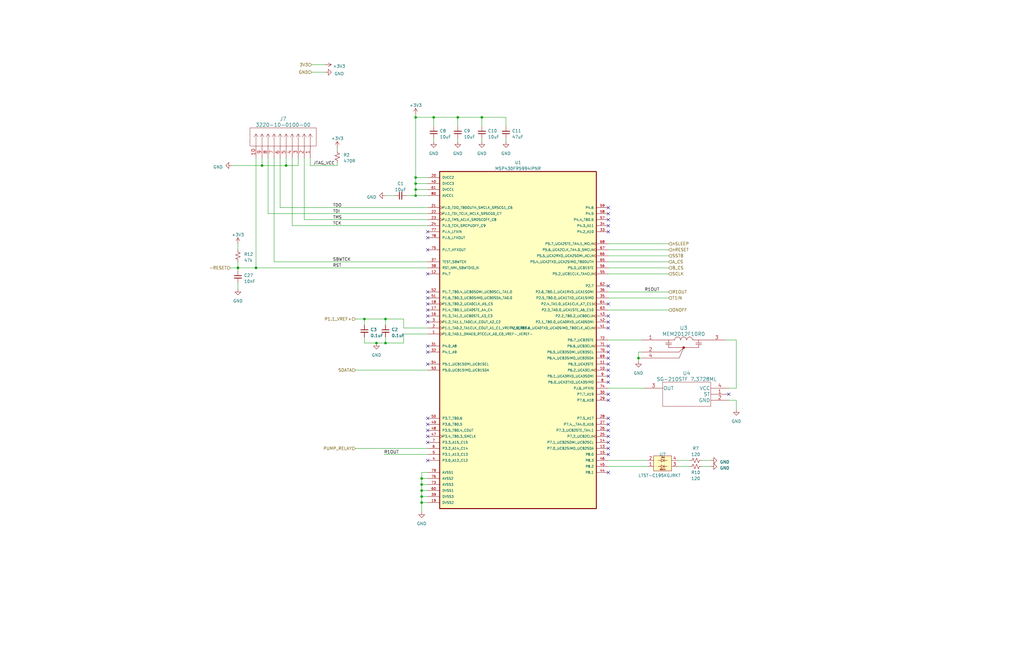
<source format=kicad_sch>
(kicad_sch (version 20230121) (generator eeschema)
  (paper "B")
  (lib_symbols
    (symbol "Device:C_Small" (pin_numbers hide) (pin_names (offset 0.254) hide)
      (property "Reference" "C" (at 0.254 1.778 0))
      (property "Value" "C_Small" (at 0.254 -2.032 0))
      (symbol "C_Small_0_1"
        (polyline (pts (xy -1.524 -0.508) (xy 1.524 -0.508)) (stroke (width 0.3302)))
        (polyline (pts (xy -1.524 0.508) (xy 1.524 0.508)) (stroke (width 0.3048)))
      )
      (symbol "C_Small_1_1"
        (pin passive line (at 0 2.54 270) (length 2.032) (name "~") (number "1"))
        (pin passive line (at 0 -2.54 90) (length 2.032) (name "~") (number "2"))
      )
    )
    (symbol "Device:R_Small_US" (pin_numbers hide) (pin_names (offset 0.254) hide)
      (property "Reference" "R" (at 0.762 0.508 0))
      (property "Value" "R_Small_US" (at 0.762 -1.016 0))
      (symbol "R_Small_US_1_1"
        (polyline (pts (xy 0 0) (xy 1.016 -0.381) (xy 0 -0.762) (xy -1.016 -1.143) (xy 0 -1.524)))
        (polyline (pts (xy 0 1.524) (xy 1.016 1.143) (xy 0 0.762) (xy -1.016 0.381) (xy 0 0)))
        (pin passive line (at 0 2.54 270) (length 1.016) (name "~") (number "1"))
        (pin passive line (at 0 -2.54 90) (length 1.016) (name "~") (number "2"))
      )
    )
    (symbol "asvco2-board:3220-10-0100-00" (pin_names (offset 0.254) hide)
      (property "Reference" "J" (at 8.89 6.35 0))
      (property "Value" "3220-10-0100-00" (at 10.16 -10.16 0))
      (symbol "3220-10-0100-00_1_1"
        (polyline (pts (xy 5.08 -25.4) (xy 12.7 -25.4)) (stroke (width 0.127)))
        (polyline (pts (xy 5.08 2.54) (xy 5.08 -25.4)) (stroke (width 0.127)))
        (polyline (pts (xy 10.16 -22.86) (xy 5.08 -22.86)) (stroke (width 0.127)))
        (polyline (pts (xy 10.16 -22.86) (xy 8.89 -23.6982)) (stroke (width 0.127)))
        (polyline (pts (xy 10.16 -22.86) (xy 8.89 -22.0218)) (stroke (width 0.127)))
        (polyline (pts (xy 10.16 -20.32) (xy 5.08 -20.32)) (stroke (width 0.127)))
        (polyline (pts (xy 10.16 -20.32) (xy 8.89 -21.1582)) (stroke (width 0.127)))
        (polyline (pts (xy 10.16 -20.32) (xy 8.89 -19.4818)) (stroke (width 0.127)))
        (polyline (pts (xy 10.16 -17.78) (xy 5.08 -17.78)) (stroke (width 0.127)))
        (polyline (pts (xy 10.16 -17.78) (xy 8.89 -18.6182)) (stroke (width 0.127)))
        (polyline (pts (xy 10.16 -17.78) (xy 8.89 -16.9418)) (stroke (width 0.127)))
        (polyline (pts (xy 10.16 -15.24) (xy 5.08 -15.24)) (stroke (width 0.127)))
        (polyline (pts (xy 10.16 -15.24) (xy 8.89 -16.0782)) (stroke (width 0.127)))
        (polyline (pts (xy 10.16 -15.24) (xy 8.89 -14.4018)) (stroke (width 0.127)))
        (polyline (pts (xy 10.16 -12.7) (xy 5.08 -12.7)) (stroke (width 0.127)))
        (polyline (pts (xy 10.16 -12.7) (xy 8.89 -13.5382)) (stroke (width 0.127)))
        (polyline (pts (xy 10.16 -12.7) (xy 8.89 -11.8618)) (stroke (width 0.127)))
        (polyline (pts (xy 10.16 -10.16) (xy 5.08 -10.16)) (stroke (width 0.127)))
        (polyline (pts (xy 10.16 -10.16) (xy 8.89 -10.9982)) (stroke (width 0.127)))
        (polyline (pts (xy 10.16 -10.16) (xy 8.89 -9.3218)) (stroke (width 0.127)))
        (polyline (pts (xy 10.16 -7.62) (xy 5.08 -7.62)) (stroke (width 0.127)))
        (polyline (pts (xy 10.16 -7.62) (xy 8.89 -8.4582)) (stroke (width 0.127)))
        (polyline (pts (xy 10.16 -7.62) (xy 8.89 -6.7818)) (stroke (width 0.127)))
        (polyline (pts (xy 10.16 -5.08) (xy 5.08 -5.08)) (stroke (width 0.127)))
        (polyline (pts (xy 10.16 -5.08) (xy 8.89 -5.9182)) (stroke (width 0.127)))
        (polyline (pts (xy 10.16 -5.08) (xy 8.89 -4.2418)) (stroke (width 0.127)))
        (polyline (pts (xy 10.16 -2.54) (xy 5.08 -2.54)) (stroke (width 0.127)))
        (polyline (pts (xy 10.16 -2.54) (xy 8.89 -3.3782)) (stroke (width 0.127)))
        (polyline (pts (xy 10.16 -2.54) (xy 8.89 -1.7018)) (stroke (width 0.127)))
        (polyline (pts (xy 10.16 0) (xy 5.08 0)) (stroke (width 0.127)))
        (polyline (pts (xy 10.16 0) (xy 8.89 -0.8382)) (stroke (width 0.127)))
        (polyline (pts (xy 10.16 0) (xy 8.89 0.8382)) (stroke (width 0.127)))
        (polyline (pts (xy 12.7 -25.4) (xy 12.7 2.54)) (stroke (width 0.127)))
        (polyline (pts (xy 12.7 2.54) (xy 5.08 2.54)) (stroke (width 0.127)))
        (pin passive line (at 0 0 0) (length 5.08) (name "1") (number "1"))
        (pin passive line (at 0 -22.86 0) (length 5.08) (name "10") (number "10"))
        (pin passive line (at 0 -2.54 0) (length 5.08) (name "2") (number "2"))
        (pin passive line (at 0 -5.08 0) (length 5.08) (name "3") (number "3"))
        (pin passive line (at 0 -7.62 0) (length 5.08) (name "4") (number "4"))
        (pin passive line (at 0 -10.16 0) (length 5.08) (name "5") (number "5"))
        (pin passive line (at 0 -12.7 0) (length 5.08) (name "6") (number "6"))
        (pin passive line (at 0 -15.24 0) (length 5.08) (name "7") (number "7"))
        (pin passive line (at 0 -17.78 0) (length 5.08) (name "8") (number "8"))
        (pin passive line (at 0 -20.32 0) (length 5.08) (name "9") (number "9"))
      )
    )
    (symbol "asvco2-board:LTST-C195KGJRK"
      (property "Reference" "U" (at 3.81 6.35 0))
      (symbol "LTST-C195KGJRK_0_1"
        (polyline (pts (xy 5.715 -2.54) (xy 4.445 -2.54)))
        (polyline (pts (xy 5.715 0) (xy 4.445 0)))
        (polyline (pts (xy 6.985 -3.175) (xy 6.985 -1.905)))
        (polyline (pts (xy 6.985 -2.54) (xy 8.255 -2.54)))
        (polyline (pts (xy 6.985 -0.635) (xy 6.985 0.635)))
        (polyline (pts (xy 6.985 0) (xy 8.255 0)))
        (polyline (pts (xy 5.715 -3.175) (xy 6.985 -2.54) (xy 5.715 -1.905) (xy 5.715 -3.175)))
        (polyline (pts (xy 5.715 -0.635) (xy 6.985 0) (xy 5.715 0.635) (xy 5.715 -0.635)))
      )
      (symbol "LTST-C195KGJRK_1_1"
        (polyline (pts (xy 2.54 -2.54) (xy 4.445 -2.54)) (stroke (width 0) (type dot)))
        (polyline (pts (xy 2.54 0) (xy 4.445 0)) (stroke (width 0) (type dot)))
        (polyline (pts (xy 7.62 -2.54) (xy 9.525 -2.54)) (stroke (width 0) (type dot)))
        (polyline (pts (xy 7.62 0) (xy 9.525 0)) (stroke (width 0) (type dot)))
        (rectangle (start 2.54 1.905) (end 10.16 -4.445) (fill (type background)))
        (text "GREEN" (at 5.08 1.27 0) (effects (font (size 0.5 0.5)) (justify left)))
        (text "RED\n" (at 5.715 -3.81 0) (effects (font (size 0.5 0.5)) (justify left)))
        (pin unspecified line (at 0 0 0) (length 2.54) (name "") (number "1"))
        (pin unspecified line (at 0 -2.54 0) (length 2.54) (name "") (number "2"))
        (pin unspecified line (at 12.7 0 180) (length 2.54) (name "") (number "3"))
        (pin unspecified line (at 12.7 -2.54 180) (length 2.54) (name "") (number "4"))
      )
    )
    (symbol "asvco2-board:MEM2012F10R0" (pin_names (offset 0.254))
      (property "Reference" "U" (at 17.78 7.62 0))
      (property "Value" "MEM2012F10R0" (at 17.78 5.08 0))
      (symbol "MEM2012F10R0_0_1"
        (polyline (pts (xy 7.62 -5.08) (xy 15.875 -5.08)))
        (polyline (pts (xy 11.43 -3.175) (xy 11.43 -1.905)))
        (polyline (pts (xy 15.875 -5.08) (xy 17.78 -3.175)))
        (polyline (pts (xy 7.62 -7.62) (xy 15.875 -7.62) (xy 17.78 -3.175)))
        (polyline (pts (xy 11.43 -3.175) (xy 24.13 -3.175) (xy 24.13 -1.905)))
        (arc (start 15.24 1.27) (mid 14.342 0.898) (end 13.97 0))
        (arc (start 16.51 0) (mid 16.138 0.898) (end 15.24 1.27))
        (circle (center 17.78 -3.175) (radius 0.4016) (fill (type outline)))
        (arc (start 17.78 1.27) (mid 16.882 0.898) (end 16.51 0))
        (arc (start 19.05 0) (mid 18.678 0.898) (end 17.78 1.27))
        (arc (start 20.32 1.27) (mid 19.422 0.898) (end 19.05 0))
        (arc (start 21.59 0) (mid 21.218 0.898) (end 20.32 1.27))
      )
      (symbol "MEM2012F10R0_1_1"
        (polyline (pts (xy 7.62 0) (xy 13.97 0)))
        (polyline (pts (xy 11.43 0) (xy 11.43 -1.27)))
        (polyline (pts (xy 12.7 -1.905) (xy 10.16 -1.905)))
        (polyline (pts (xy 12.7 -1.27) (xy 10.16 -1.27)))
        (polyline (pts (xy 21.59 0) (xy 27.94 0)))
        (polyline (pts (xy 24.13 0) (xy 24.13 -1.27)))
        (polyline (pts (xy 25.4 -1.905) (xy 22.86 -1.905)))
        (polyline (pts (xy 25.4 -1.27) (xy 22.86 -1.27)))
        (pin passive line (at 0 0 0) (length 7.62) (name "~") (number "1"))
        (pin power_in line (at 0 -5.08 0) (length 7.62) (name "~") (number "2"))
        (pin passive line (at 35.56 0 180) (length 7.62) (name "~") (number "3"))
        (pin power_in line (at 0 -7.62 0) (length 7.62) (name "~") (number "4"))
      )
    )
    (symbol "asvco2-board:MSP430FR5994IPNR" (pin_names (offset 1.016))
      (property "Reference" "U5" (at 0 71.12 0))
      (property "Value" "MSP430FR5994IPNR" (at 0 68.58 0))
      (symbol "MSP430FR5994IPNR_0_0"
        (rectangle (start -33.02 66.04) (end 33.02 -76.2) (stroke (width 0.4064)) (fill (type background)))
        (pin bidirectional clock (at -38.1 -2.54 0) (length 5.08) (name "P1.0_TA0.1_DMAE0_RTCCLK_A0_C0_VREF-_VEREF-") (number "1"))
        (pin bidirectional clock (at 38.1 -17.78 180) (length 5.08) (name "P6.2_UCA3CLK") (number "10"))
        (pin bidirectional line (at 38.1 -15.24 180) (length 5.08) (name "P6.3_UCA3STE") (number "11"))
        (pin bidirectional line (at -38.1 22.86 0) (length 5.08) (name "P4.7") (number "12"))
        (pin bidirectional line (at 38.1 -50.8 180) (length 5.08) (name "P7.0_UCB2SIMO_UCB2SDA") (number "13"))
        (pin bidirectional line (at 38.1 -48.26 180) (length 5.08) (name "P7.1_UCB2SOMI_UCB2SCL") (number "14"))
        (pin bidirectional line (at 38.1 -53.34 180) (length 5.08) (name "P8.0") (number "15"))
        (pin bidirectional line (at -38.1 5.08 0) (length 5.08) (name "P1.3_TA1.2_UCB0STE_A3_C3") (number "16"))
        (pin bidirectional line (at -38.1 7.62 0) (length 5.08) (name "P1.4_TB0.1_UCA0STE_A4_C4") (number "17"))
        (pin bidirectional clock (at -38.1 10.16 0) (length 5.08) (name "P1.5_TB0.2_UCA0CLK_A5_C5") (number "18"))
        (pin power_in line (at -38.1 -73.66 0) (length 5.08) (name "DVSS2") (number "19"))
        (pin bidirectional clock (at -38.1 0 0) (length 5.08) (name "P1.1_TA0.2_TA1CLK_COUT_A1_C1_VREF+_VEREF+") (number "2"))
        (pin power_in line (at -38.1 63.5 0) (length 5.08) (name "DVCC2") (number "20"))
        (pin bidirectional clock (at -38.1 50.8 0) (length 5.08) (name "PJ.0_TDO_TB0OUTH_SMCLK_SRSCG1_C6") (number "21"))
        (pin bidirectional clock (at -38.1 48.26 0) (length 5.08) (name "PJ.1_TDI_TCLK_MCLK_SRSCG0_C7") (number "22"))
        (pin bidirectional clock (at -38.1 45.72 0) (length 5.08) (name "PJ.2_TMS_ACLK_SROSCOFF_C8") (number "23"))
        (pin bidirectional line (at -38.1 43.18 0) (length 5.08) (name "PJ.3_TCK_SRCPUOFF_C9") (number "24"))
        (pin bidirectional clock (at 38.1 -45.72 180) (length 5.08) (name "P7.2_UCB2CLK") (number "25"))
        (pin bidirectional line (at 38.1 -43.18 180) (length 5.08) (name "P7.3_UCB2STE_TA4.1") (number "26"))
        (pin bidirectional line (at 38.1 -40.64 180) (length 5.08) (name "P7.4__TA4.0_A16") (number "27"))
        (pin bidirectional line (at 38.1 -38.1 180) (length 5.08) (name "P7.5_A17") (number "28"))
        (pin bidirectional line (at 38.1 -30.48 180) (length 5.08) (name "P7.6_A18") (number "29"))
        (pin bidirectional clock (at -38.1 2.54 0) (length 5.08) (name "P1.2_TA1.1_TA0CLK_COUT_A2_C2") (number "3"))
        (pin bidirectional line (at 38.1 -27.94 180) (length 5.08) (name "P7.7_A19") (number "30"))
        (pin bidirectional line (at -38.1 -7.62 0) (length 5.08) (name "P4.0_A8") (number "31"))
        (pin bidirectional line (at -38.1 -10.16 0) (length 5.08) (name "P4.1_A9") (number "32"))
        (pin bidirectional line (at 38.1 40.64 180) (length 5.08) (name "P4.2_A10") (number "33"))
        (pin bidirectional line (at 38.1 43.18 180) (length 5.08) (name "P4.3_A11") (number "34"))
        (pin bidirectional line (at 38.1 12.7 180) (length 5.08) (name "P2.5_TB0.0_UCA1TXD_UCA1SIMO") (number "35"))
        (pin bidirectional line (at 38.1 15.24 180) (length 5.08) (name "P2.6_TB0.1_UCA1RXD_UCA1SOMI") (number "36"))
        (pin input line (at -38.1 27.94 0) (length 5.08) (name "TEST_SBWTCK") (number "37"))
        (pin bidirectional line (at -38.1 25.4 0) (length 5.08) (name "RST_NMI_SBWTDIO_N") (number "38"))
        (pin power_in line (at -38.1 -71.12 0) (length 5.08) (name "DVSS3") (number "39"))
        (pin bidirectional line (at -38.1 -55.88 0) (length 5.08) (name "P3.0_A12_C12") (number "4"))
        (pin power_in line (at -38.1 60.96 0) (length 5.08) (name "DVCC3") (number "40"))
        (pin bidirectional clock (at 38.1 0 180) (length 5.08) (name "P2.0_TB0.6_UCA0TXD_UCA0SIMO_TB0CLK_ACLK") (number "41"))
        (pin bidirectional line (at 38.1 2.54 180) (length 5.08) (name "P2.1_TB0.0_UCA0RXD_UCA0SOMI") (number "42"))
        (pin bidirectional clock (at 38.1 5.08 180) (length 5.08) (name "P2.2_TB0.2_UCB0CLK") (number "43"))
        (pin bidirectional line (at 38.1 -60.96 180) (length 5.08) (name "P8.1") (number "44"))
        (pin bidirectional line (at 38.1 -58.42 180) (length 5.08) (name "P8.2") (number "45"))
        (pin bidirectional line (at 38.1 -55.88 180) (length 5.08) (name "P8.3") (number "46"))
        (pin bidirectional clock (at -38.1 -45.72 0) (length 5.08) (name "P3.4_TB0.3_SMCLK") (number "47"))
        (pin bidirectional line (at -38.1 -43.18 0) (length 5.08) (name "P3.5_TB0.4_COUT") (number "48"))
        (pin bidirectional line (at -38.1 -40.64 0) (length 5.08) (name "P3.6_TB0.5") (number "49"))
        (pin bidirectional line (at -38.1 -53.34 0) (length 5.08) (name "P3.1_A13_C13") (number "5"))
        (pin bidirectional line (at -38.1 -38.1 0) (length 5.08) (name "P3.7_TB0.6") (number "50"))
        (pin bidirectional line (at -38.1 12.7 0) (length 5.08) (name "P1.6_TB0.3_UCB0SIMO_UCB0SDA_TA0.0") (number "51"))
        (pin bidirectional line (at -38.1 15.24 0) (length 5.08) (name "P1.7_TB0.4_UCB0SOMI_UCB0SCL_TA1.0") (number "52"))
        (pin bidirectional line (at -38.1 -17.78 0) (length 5.08) (name "P5.0_UCB1SIMO_UCB1SDA") (number "53"))
        (pin bidirectional line (at -38.1 -15.24 0) (length 5.08) (name "P5.1_UCB1SOMI_UCB1SCL") (number "54"))
        (pin bidirectional clock (at 38.1 22.86 180) (length 5.08) (name "P5.2_UCB1CLK_TA4CLK") (number "55"))
        (pin bidirectional line (at 38.1 25.4 180) (length 5.08) (name "P5.3_UCB1STE") (number "56"))
        (pin bidirectional line (at 38.1 45.72 180) (length 5.08) (name "P4.4_TB0.5") (number "57"))
        (pin bidirectional line (at 38.1 48.26 180) (length 5.08) (name "P4.5") (number "58"))
        (pin bidirectional line (at 38.1 50.8 180) (length 5.08) (name "P4.6") (number "59"))
        (pin bidirectional line (at -38.1 -50.8 0) (length 5.08) (name "P3.2_A14_C14") (number "6"))
        (pin power_in line (at -38.1 -68.58 0) (length 5.08) (name "DVSS1") (number "60"))
        (pin power_in line (at -38.1 58.42 0) (length 5.08) (name "DVCC1") (number "61"))
        (pin bidirectional line (at 38.1 17.78 180) (length 5.08) (name "P2.7") (number "62"))
        (pin bidirectional line (at 38.1 7.62 180) (length 5.08) (name "P2.3_TA0.0_UCA1STE_A6_C10") (number "63"))
        (pin bidirectional clock (at 38.1 10.16 180) (length 5.08) (name "P2.4_TA1.0_UCA1CLK_A7_C11") (number "64"))
        (pin bidirectional line (at 38.1 27.94 180) (length 5.08) (name "P5.4_UCA2TXD_UCA2SIMO_TB0OUTH") (number "65"))
        (pin bidirectional clock (at 38.1 30.48 180) (length 5.08) (name "P5.5_UCA2RXD_UCA2SOMI_ACLK") (number "66"))
        (pin bidirectional clock (at 38.1 33.02 180) (length 5.08) (name "P5.6_UCA2CLK_TA4.0_SMCLK") (number "67"))
        (pin bidirectional clock (at 38.1 35.56 180) (length 5.08) (name "P5.7_UCA2STE_TA4.1_MCLK") (number "68"))
        (pin bidirectional line (at 38.1 -12.7 180) (length 5.08) (name "P6.4_UCB3SIMO_UCB3SDA") (number "69"))
        (pin bidirectional line (at -38.1 -48.26 0) (length 5.08) (name "P3.3_A15_C15") (number "7"))
        (pin bidirectional line (at 38.1 -10.16 180) (length 5.08) (name "P6.5_UCB3SOMI_UCB3SCL") (number "70"))
        (pin bidirectional clock (at 38.1 -7.62 180) (length 5.08) (name "P6.6_UCB3CLK") (number "71"))
        (pin bidirectional line (at 38.1 -5.08 180) (length 5.08) (name "P6.7_UCB3STE") (number "72"))
        (pin power_in line (at -38.1 -66.04 0) (length 5.08) (name "AVSS3") (number "73"))
        (pin input line (at 38.1 -25.4 180) (length 5.08) (name "PJ.6_HFXIN") (number "74"))
        (pin bidirectional line (at -38.1 33.02 0) (length 5.08) (name "PJ.7_HFXOUT") (number "75"))
        (pin power_in line (at -38.1 -63.5 0) (length 5.08) (name "AVSS2") (number "76"))
        (pin input line (at -38.1 40.64 0) (length 5.08) (name "PJ.4_LFXIN") (number "77"))
        (pin bidirectional line (at -38.1 38.1 0) (length 5.08) (name "PJ.5_LFXOUT") (number "78"))
        (pin power_in line (at -38.1 -60.96 0) (length 5.08) (name "AVSS1") (number "79"))
        (pin bidirectional line (at 38.1 -22.86 180) (length 5.08) (name "P6.0_UCA3TXD_UCA3SIMO") (number "8"))
        (pin power_in line (at -38.1 55.88 0) (length 5.08) (name "AVCC1") (number "80"))
        (pin bidirectional line (at 38.1 -20.32 180) (length 5.08) (name "P6.1_UCA3RXD_UCA3SOMI") (number "9"))
      )
    )
    (symbol "asvco2-board:SG-210STF 7.3728ML" (pin_names (offset 0.254))
      (property "Reference" "U" (at 17.78 7.62 0))
      (property "Value" "SG-210STF 7.3728ML" (at 17.78 5.08 0))
      (symbol "SG-210STF 7.3728ML_1_1"
        (polyline (pts (xy 7.62 -7.62) (xy 27.94 -7.62)) (stroke (width 0.127)))
        (polyline (pts (xy 7.62 2.54) (xy 7.62 -7.62)) (stroke (width 0.127)))
        (polyline (pts (xy 27.94 -7.62) (xy 27.94 2.54)) (stroke (width 0.127)))
        (polyline (pts (xy 27.94 2.54) (xy 7.62 2.54)) (stroke (width 0.127)))
        (pin input line (at 0 -2.54 0) (length 7.62) (name "ST") (number "1"))
        (pin power_in line (at 0 -5.08 0) (length 7.62) (name "GND") (number "2"))
        (pin output line (at 35.56 0 180) (length 7.62) (name "OUT") (number "3"))
        (pin power_in line (at 0 0 0) (length 7.62) (name "VCC") (number "4"))
      )
    )
    (symbol "power:+3V3" (power) (pin_names (offset 0))
      (property "Value" "+3V3" (at 0 3.556 0))
      (symbol "+3V3_0_1"
        (polyline (pts (xy -0.762 1.27) (xy 0 2.54)))
        (polyline (pts (xy 0 0) (xy 0 2.54)))
        (polyline (pts (xy 0 2.54) (xy 0.762 1.27)))
      )
      (symbol "+3V3_1_1"
        (pin power_in line (at 0 0 90) (length 0) hide (name "+3V3") (number "1"))
      )
    )
    (symbol "power:GND" (power) (pin_names (offset 0))
      (property "Value" "GND" (at 0 -3.81 0))
      (symbol "GND_0_1"
        (polyline (pts (xy 0 0) (xy 0 -1.27) (xy 1.27 -1.27) (xy 0 -2.54) (xy -1.27 -1.27) (xy 0 -1.27)))
      )
      (symbol "GND_1_1"
        (pin power_in line (at 0 0 270) (length 0) hide (name "GND") (number "1"))
      )
    )
  )
  (junction (at 177.8 204.47))
  (junction (at 193.04 49.53))
  (junction (at 162.56 144.78))
  (junction (at 158.75 144.78))
  (junction (at 100.33 113.03))
  (junction (at 177.8 212.09))
  (junction (at 269.24 151.13))
  (junction (at 175.26 80.01))
  (junction (at 177.8 207.01))
  (junction (at 110.49 69.85))
  (junction (at 120.65 69.85))
  (junction (at 162.56 134.62))
  (junction (at 177.8 201.93))
  (junction (at 182.88 49.53))
  (junction (at 177.8 209.55))
  (junction (at 107.95 113.03))
  (junction (at 153.67 134.62))
  (junction (at 175.26 74.93))
  (junction (at 175.26 49.53))
  (junction (at 175.26 82.55))
  (junction (at 175.26 77.47))
  (junction (at 203.2 49.53))
  (no_connect (at 256.54 146.05))
  (no_connect (at 256.54 97.79))
  (no_connect (at 256.54 199.39))
  (no_connect (at 256.54 184.15))
  (no_connect (at 180.34 179.07))
  (no_connect (at 256.54 87.63))
  (no_connect (at 256.54 148.59))
  (no_connect (at 256.54 92.71))
  (no_connect (at 256.54 138.43))
  (no_connect (at 180.34 176.53))
  (no_connect (at 256.54 176.53))
  (no_connect (at 180.34 125.73))
  (no_connect (at 256.54 90.17))
  (no_connect (at 256.54 191.77))
  (no_connect (at 256.54 186.69))
  (no_connect (at 256.54 156.21))
  (no_connect (at 180.34 146.05))
  (no_connect (at 256.54 135.89))
  (no_connect (at 180.34 130.81))
  (no_connect (at 256.54 133.35))
  (no_connect (at 180.34 181.61))
  (no_connect (at 180.34 123.19))
  (no_connect (at 256.54 181.61))
  (no_connect (at 256.54 179.07))
  (no_connect (at 180.34 97.79))
  (no_connect (at 180.34 135.89))
  (no_connect (at 180.34 128.27))
  (no_connect (at 256.54 158.75))
  (no_connect (at 256.54 161.29))
  (no_connect (at 180.34 105.41))
  (no_connect (at 180.34 100.33))
  (no_connect (at 180.34 115.57))
  (no_connect (at 256.54 168.91))
  (no_connect (at 180.34 184.15))
  (no_connect (at 256.54 151.13))
  (no_connect (at 180.34 148.59))
  (no_connect (at 256.54 166.37))
  (no_connect (at 307.34 166.37))
  (no_connect (at 180.34 186.69))
  (no_connect (at 180.34 153.67))
  (no_connect (at 256.54 189.23))
  (no_connect (at 256.54 153.67))
  (no_connect (at 256.54 120.65))
  (no_connect (at 180.34 194.31))
  (no_connect (at 256.54 128.27))
  (no_connect (at 180.34 133.35))
  (no_connect (at 256.54 95.25))
  (wire (pts (xy 110.49 69.85) (xy 110.49 66.675)))
  (wire (pts (xy 177.8 199.39) (xy 180.34 199.39)))
  (wire (pts (xy 177.8 209.55) (xy 180.34 209.55)))
  (wire (pts (xy 256.54 196.85) (xy 273.05 196.85)))
  (wire (pts (xy 256.54 123.19) (xy 281.94 123.19)))
  (wire (pts (xy 100.33 110.49) (xy 100.33 113.03)))
  (wire (pts (xy 128.27 66.675) (xy 128.27 92.71)))
  (wire (pts (xy 256.54 105.41) (xy 281.94 105.41)))
  (wire (pts (xy 177.8 204.47) (xy 180.34 204.47)))
  (wire (pts (xy 295.91 194.31) (xy 299.72 194.31)))
  (wire (pts (xy 177.8 212.09) (xy 177.8 209.55)))
  (wire (pts (xy 149.86 156.21) (xy 180.34 156.21)))
  (wire (pts (xy 153.67 142.24) (xy 153.67 144.78)))
  (wire (pts (xy 162.56 144.78) (xy 170.18 144.78)))
  (wire (pts (xy 182.88 49.53) (xy 175.26 49.53)))
  (wire (pts (xy 125.73 66.675) (xy 125.73 69.85)))
  (wire (pts (xy 130.81 69.85) (xy 130.81 66.675)))
  (wire (pts (xy 175.26 82.55) (xy 180.34 82.55)))
  (wire (pts (xy 100.33 113.03) (xy 107.95 113.03)))
  (wire (pts (xy 97.155 113.03) (xy 100.33 113.03)))
  (wire (pts (xy 128.27 92.71) (xy 180.34 92.71)))
  (wire (pts (xy 193.04 58.42) (xy 193.04 59.69)))
  (wire (pts (xy 310.515 168.91) (xy 307.34 168.91)))
  (wire (pts (xy 310.515 163.83) (xy 310.515 143.51)))
  (wire (pts (xy 310.515 172.72) (xy 310.515 168.91)))
  (wire (pts (xy 120.65 66.675) (xy 120.65 69.85)))
  (wire (pts (xy 180.34 189.23) (xy 149.86 189.23)))
  (wire (pts (xy 310.515 143.51) (xy 306.07 143.51)))
  (wire (pts (xy 130.81 69.85) (xy 142.24 69.85)))
  (wire (pts (xy 285.75 194.31) (xy 290.83 194.31)))
  (wire (pts (xy 180.34 138.43) (xy 170.18 138.43)))
  (wire (pts (xy 182.88 58.42) (xy 182.88 59.69)))
  (wire (pts (xy 270.51 148.59) (xy 269.24 148.59)))
  (wire (pts (xy 175.26 82.55) (xy 175.26 80.01)))
  (wire (pts (xy 118.11 66.675) (xy 118.11 87.63)))
  (wire (pts (xy 256.54 125.73) (xy 281.94 125.73)))
  (wire (pts (xy 171.45 82.55) (xy 175.26 82.55)))
  (wire (pts (xy 107.95 113.03) (xy 180.34 113.03)))
  (wire (pts (xy 177.8 215.9) (xy 177.8 212.09)))
  (wire (pts (xy 177.8 209.55) (xy 177.8 207.01)))
  (wire (pts (xy 115.57 66.675) (xy 115.57 110.49)))
  (wire (pts (xy 177.8 204.47) (xy 177.8 201.93)))
  (wire (pts (xy 175.26 77.47) (xy 175.26 74.93)))
  (wire (pts (xy 180.34 110.49) (xy 115.57 110.49)))
  (wire (pts (xy 161.925 191.77) (xy 180.34 191.77)))
  (wire (pts (xy 180.34 74.93) (xy 175.26 74.93)))
  (wire (pts (xy 153.67 134.62) (xy 153.67 137.16)))
  (wire (pts (xy 142.24 69.85) (xy 142.24 68.58)))
  (wire (pts (xy 170.18 138.43) (xy 170.18 134.62)))
  (wire (pts (xy 149.86 134.62) (xy 153.67 134.62)))
  (wire (pts (xy 193.04 49.53) (xy 182.88 49.53)))
  (wire (pts (xy 256.54 115.57) (xy 281.94 115.57)))
  (wire (pts (xy 256.54 194.31) (xy 273.05 194.31)))
  (wire (pts (xy 170.18 140.97) (xy 170.18 144.78)))
  (wire (pts (xy 269.24 151.13) (xy 270.51 151.13)))
  (wire (pts (xy 177.8 201.93) (xy 180.34 201.93)))
  (wire (pts (xy 307.34 163.83) (xy 310.515 163.83)))
  (wire (pts (xy 125.73 69.85) (xy 120.65 69.85)))
  (wire (pts (xy 162.56 134.62) (xy 162.56 137.16)))
  (wire (pts (xy 213.36 58.42) (xy 213.36 59.69)))
  (wire (pts (xy 113.03 66.675) (xy 113.03 90.17)))
  (wire (pts (xy 256.54 107.95) (xy 281.94 107.95)))
  (wire (pts (xy 153.67 144.78) (xy 158.75 144.78)))
  (wire (pts (xy 256.54 113.03) (xy 281.94 113.03)))
  (wire (pts (xy 269.24 152.4) (xy 269.24 151.13)))
  (wire (pts (xy 175.26 74.93) (xy 175.26 49.53)))
  (wire (pts (xy 120.65 69.85) (xy 110.49 69.85)))
  (wire (pts (xy 256.54 143.51) (xy 270.51 143.51)))
  (wire (pts (xy 180.34 80.01) (xy 175.26 80.01)))
  (wire (pts (xy 203.2 58.42) (xy 203.2 59.69)))
  (wire (pts (xy 100.33 113.03) (xy 100.33 114.3)))
  (wire (pts (xy 175.26 80.01) (xy 175.26 77.47)))
  (wire (pts (xy 113.03 90.17) (xy 180.34 90.17)))
  (wire (pts (xy 162.56 142.24) (xy 162.56 144.78)))
  (wire (pts (xy 162.56 82.55) (xy 166.37 82.55)))
  (wire (pts (xy 131.445 27.305) (xy 137.16 27.305)))
  (wire (pts (xy 100.33 102.87) (xy 100.33 105.41)))
  (wire (pts (xy 162.56 134.62) (xy 170.18 134.62)))
  (wire (pts (xy 269.24 148.59) (xy 269.24 151.13)))
  (wire (pts (xy 213.36 53.34) (xy 213.36 49.53)))
  (wire (pts (xy 285.75 196.85) (xy 290.83 196.85)))
  (wire (pts (xy 153.67 134.62) (xy 162.56 134.62)))
  (wire (pts (xy 180.34 87.63) (xy 118.11 87.63)))
  (wire (pts (xy 142.24 62.23) (xy 142.24 63.5)))
  (wire (pts (xy 177.8 207.01) (xy 177.8 204.47)))
  (wire (pts (xy 180.34 140.97) (xy 170.18 140.97)))
  (wire (pts (xy 213.36 49.53) (xy 203.2 49.53)))
  (wire (pts (xy 256.54 102.87) (xy 281.94 102.87)))
  (wire (pts (xy 295.91 196.85) (xy 299.72 196.85)))
  (wire (pts (xy 107.95 113.03) (xy 107.95 66.675)))
  (wire (pts (xy 123.19 95.25) (xy 180.34 95.25)))
  (wire (pts (xy 177.8 207.01) (xy 180.34 207.01)))
  (wire (pts (xy 158.75 144.78) (xy 162.56 144.78)))
  (wire (pts (xy 175.26 49.53) (xy 175.26 48.26)))
  (wire (pts (xy 180.34 77.47) (xy 175.26 77.47)))
  (wire (pts (xy 203.2 49.53) (xy 203.2 53.34)))
  (wire (pts (xy 256.54 110.49) (xy 281.94 110.49)))
  (wire (pts (xy 177.8 201.93) (xy 177.8 199.39)))
  (wire (pts (xy 123.19 66.675) (xy 123.19 95.25)))
  (wire (pts (xy 177.8 212.09) (xy 180.34 212.09)))
  (wire (pts (xy 193.04 49.53) (xy 193.04 53.34)))
  (wire (pts (xy 100.33 119.38) (xy 100.33 121.92)))
  (wire (pts (xy 131.445 30.48) (xy 137.16 30.48)))
  (wire (pts (xy 203.2 49.53) (xy 193.04 49.53)))
  (wire (pts (xy 256.54 163.83) (xy 271.78 163.83)))
  (wire (pts (xy 182.88 49.53) (xy 182.88 53.34)))
  (wire (pts (xy 97.79 69.85) (xy 110.49 69.85)))
  (wire (pts (xy 256.54 130.81) (xy 281.94 130.81)))
  (label "SBWTCK" (at 140.335 110.49 0))
  (label "TCK" (at 140.335 95.25 0))
  (label "TMS" (at 140.335 92.71 0))
  (label "JTAG_VCC" (at 132.08 69.85 0))
  (label "RST" (at 140.335 113.03 0))
  (label "TDO" (at 140.335 87.63 0))
  (label "TDI" (at 140.335 90.17 0))
  (label "R1OUT" (at 271.78 123.19 0))
  (label "R1OUT" (at 161.925 191.77 0))
  (hierarchical_label "-RESET" (shape input) (at 97.155 113.03 180))
  (hierarchical_label "SSTB" (shape input) (at 281.94 107.95 0))
  (hierarchical_label "ONOFF" (shape input) (at 281.94 130.81 0))
  (hierarchical_label "B_CS" (shape input) (at 281.94 113.03 0))
  (hierarchical_label "PUMP_RELAY" (shape input) (at 149.86 189.23 180))
  (hierarchical_label "GND" (shape input) (at 131.445 30.48 180))
  (hierarchical_label "nRESET" (shape input) (at 281.94 105.41 0))
  (hierarchical_label "R1OUT" (shape input) (at 281.94 123.19 0))
  (hierarchical_label "P1.1_VREF+" (shape input) (at 149.86 134.62 180))
  (hierarchical_label "T1IN" (shape input) (at 281.94 125.73 0))
  (hierarchical_label "SCLK" (shape input) (at 281.94 115.57 0))
  (hierarchical_label "3V3" (shape input) (at 131.445 27.305 180))
  (hierarchical_label "SDATA" (shape input) (at 149.86 156.21 180))
  (hierarchical_label "A_CS" (shape input) (at 281.94 110.49 0))
  (hierarchical_label "nSLEEP" (shape input) (at 281.94 102.87 0))
  (symbol (lib_id "power:GND") (at 97.79 69.85 270) (unit 1)
    (property "Reference" "#PWR013" (effects hide))
    (property "Value" "GND" (at 93.98 70.485 90) (effects (justify right)))
  )
  (symbol (lib_id "Device:C_Small") (at 168.91 82.55 90) (unit 1)
    (property "Reference" "C1" (at 168.9163 77.47 90))
    (property "Value" "10uF" (at 168.9163 80.01 90))
    (property "Footprint" "Capacitor_SMD:C_0603_1608Metric_Pad1.08x0.95mm_HandSolder" (effects hide))
    (property "MPN" "CL10A106MQ8NNNC" (effects hide))
  )
  (symbol (lib_id "asvco2-board:SG-210STF 7.3728ML") (at 307.34 163.83 0) (mirror y) (unit 1)
    (property "Reference" "U4" (at 289.56 157.48 0) (effects (font (size 1.524 1.524))))
    (property "Value" "SG-210STF 7.3728ML" (at 289.56 160.02 0) (effects (font (size 1.524 1.524))))
    (property "Footprint" "asvco2-board:SG-210STF 7.3728ML" (effects hide))
    (property "MPN" "SG-210STF 7.3728ML" (effects hide))
  )
  (symbol (lib_id "asvco2-board:MSP430FR5994IPNR") (at 218.44 138.43 0) (unit 1)
    (property "Reference" "U1" (at 218.44 68.58 0))
    (property "Value" "MSP430FR5994IPNR" (at 218.44 71.12 0))
    (property "Footprint" "asvco2-board:MSP430FR5994IPNR" (effects hide))
    (property "MPN" "MSP430FR5994IPNR" (effects hide))
  )
  (symbol (lib_id "power:GND") (at 269.24 152.4 0) (unit 1)
    (property "Reference" "#PWR019" (effects hide))
    (property "Value" "GND" (at 269.24 157.48 0))
  )
  (symbol (lib_id "power:+3V3") (at 142.24 62.23 0) (unit 1)
    (property "Reference" "#PWR012" (effects hide))
    (property "Value" "+3V3" (at 142.24 58.42 0))
  )
  (symbol (lib_id "power:+3V3") (at 175.26 48.26 0) (unit 1)
    (property "Reference" "#PWR01" (effects hide))
    (property "Value" "+3V3" (at 175.26 44.45 0))
  )
  (symbol (lib_id "Device:C_Small") (at 182.88 55.88 180) (unit 1)
    (property "Reference" "C8" (at 185.42 55.2386 0) (effects (justify right)))
    (property "Value" "10uF" (at 185.42 57.7786 0) (effects (justify right)))
    (property "Footprint" "Capacitor_SMD:C_0603_1608Metric_Pad1.08x0.95mm_HandSolder" (effects hide))
    (property "MPN" "CL10A106MQ8NNNC" (effects hide))
  )
  (symbol (lib_id "asvco2-board:LTST-C195KGJRK") (at 273.05 196.85 0) (mirror x) (unit 1)
    (property "Reference" "U7" (at 279.4 191.77 0))
    (property "Value" "LTST-C195KGJRKT" (at 278.13 200.66 0))
    (property "Footprint" "asvco2-board:LTST-C195KGJRKT" (effects hide))
    (property "MPN" "LTST-C195KGJRKT" (effects hide))
  )
  (symbol (lib_id "power:GND") (at 100.33 121.92 0) (unit 1)
    (property "Reference" "#PWR070" (effects hide))
    (property "Value" "GND" (at 100.33 127 0))
  )
  (symbol (lib_id "power:GND") (at 203.2 59.69 0) (unit 1)
    (property "Reference" "#PWR017" (effects hide))
    (property "Value" "GND" (at 203.2 64.77 0))
  )
  (symbol (lib_id "Device:C_Small") (at 162.56 139.7 0) (unit 1)
    (property "Reference" "C2" (at 165.1 139.0713 0) (effects (justify left)))
    (property "Value" "0.1uF" (at 165.1 141.6113 0) (effects (justify left)))
    (property "Footprint" "Capacitor_SMD:C_0603_1608Metric_Pad1.08x0.95mm_HandSolder" (effects hide))
    (property "MPN" "C0603X104K5RAC7867" (effects hide))
  )
  (symbol (lib_id "power:GND") (at 310.515 172.72 0) (unit 1)
    (property "Reference" "#PWR020" (effects hide))
    (property "Value" "GND" (at 310.515 177.8 0))
  )
  (symbol (lib_id "Device:R_Small_US") (at 100.33 107.95 0) (unit 1)
    (property "Reference" "R12" (at 102.87 107.315 0) (effects (justify left)))
    (property "Value" "47k" (at 102.87 109.855 0) (effects (justify left)))
    (property "Footprint" "Resistor_SMD:R_0603_1608Metric_Pad0.98x0.95mm_HandSolder" (effects hide))
    (property "MPN" "RC0603JR-1347KL" (effects hide))
  )
  (symbol (lib_id "asvco2-board:MEM2012F10R0") (at 270.51 143.51 0) (unit 1)
    (property "Reference" "U3" (at 288.29 138.43 0) (effects (font (size 1.524 1.524))))
    (property "Value" "MEM2012F10R0" (at 288.29 140.97 0) (effects (font (size 1.524 1.524))))
    (property "Footprint" "asvco2-board:MEM2012F10R0" (effects hide))
    (property "MPN" "MEM2012F10R0" (effects hide))
  )
  (symbol (lib_id "power:GND") (at 137.16 30.48 90) (unit 1)
    (property "Reference" "#PWR021" (effects hide))
    (property "Value" "GND" (at 140.97 31.115 90) (effects (justify right)))
  )
  (symbol (lib_id "Device:C_Small") (at 213.36 55.88 180) (unit 1)
    (property "Reference" "C11" (at 215.9 55.2386 0) (effects (justify right)))
    (property "Value" "47uF" (at 215.9 57.7786 0) (effects (justify right)))
    (property "Footprint" "Capacitor_SMD:C_0603_1608Metric_Pad1.08x0.95mm_HandSolder" (effects hide))
    (property "MPN" "06033C473KAT2A" (effects hide))
  )
  (symbol (lib_id "power:GND") (at 182.88 59.69 0) (unit 1)
    (property "Reference" "#PWR015" (effects hide))
    (property "Value" "GND" (at 182.88 64.77 0))
  )
  (symbol (lib_id "power:GND") (at 162.56 82.55 270) (unit 1)
    (property "Reference" "#PWR02" (effects hide))
    (property "Value" "GND" (at 158.75 83.185 90) (effects (justify right)))
  )
  (symbol (lib_id "power:GND") (at 193.04 59.69 0) (unit 1)
    (property "Reference" "#PWR016" (effects hide))
    (property "Value" "GND" (at 193.04 64.77 0))
  )
  (symbol (lib_id "Device:R_Small_US") (at 293.37 196.85 90) (unit 1)
    (property "Reference" "R10" (at 293.37 199.39 90))
    (property "Value" "120" (at 293.37 201.93 90))
    (property "Footprint" "Resistor_SMD:R_0603_1608Metric_Pad0.98x0.95mm_HandSolder" (effects hide))
    (property "MPN" "ESR03EZPJ121" (effects hide))
  )
  (symbol (lib_id "power:GND") (at 213.36 59.69 0) (unit 1)
    (property "Reference" "#PWR018" (effects hide))
    (property "Value" "GND" (at 213.36 64.77 0))
  )
  (symbol (lib_id "Device:C_Small") (at 153.67 139.7 0) (unit 1)
    (property "Reference" "C3" (at 156.21 139.0713 0) (effects (justify left)))
    (property "Value" "0.1uF" (at 156.21 141.6113 0) (effects (justify left)))
    (property "Footprint" "Capacitor_SMD:C_0603_1608Metric_Pad1.08x0.95mm_HandSolder" (effects hide))
    (property "MPN" "C0603X104K5RAC7867" (effects hide))
  )
  (symbol (lib_id "power:GND") (at 158.75 144.78 0) (unit 1)
    (property "Reference" "#PWR04" (effects hide))
    (property "Value" "GND" (at 158.75 149.86 0))
  )
  (symbol (lib_id "power:GND") (at 177.8 215.9 0) (unit 1)
    (property "Reference" "#PWR03" (effects hide))
    (property "Value" "GND" (at 177.8 220.98 0))
  )
  (symbol (lib_id "power:+3V3") (at 137.16 27.305 270) (unit 1)
    (property "Reference" "#PWR014" (effects hide))
    (property "Value" "+3V3" (at 140.335 27.94 90) (effects (justify left)))
  )
  (symbol (lib_id "Device:C_Small") (at 100.33 116.84 0) (unit 1)
    (property "Reference" "C27" (at 102.87 116.2113 0) (effects (justify left)))
    (property "Value" "10nF" (at 102.87 118.7513 0) (effects (justify left)))
    (property "Footprint" "Capacitor_SMD:C_0603_1608Metric_Pad1.08x0.95mm_HandSolder" (effects hide))
    (property "MPN" "C0603X103J4HAC7867" (effects hide))
  )
  (symbol (lib_id "Device:C_Small") (at 193.04 55.88 180) (unit 1)
    (property "Reference" "C9" (at 195.58 55.2386 0) (effects (justify right)))
    (property "Value" "10uF" (at 195.58 57.7786 0) (effects (justify right)))
    (property "Footprint" "Capacitor_SMD:C_0603_1608Metric_Pad1.08x0.95mm_HandSolder" (effects hide))
    (property "MPN" "CL10A106MQ8NNNC" (effects hide))
  )
  (symbol (lib_id "Device:R_Small_US") (at 142.24 66.04 0) (unit 1)
    (property "Reference" "R2" (at 144.78 65.405 0) (effects (justify left)))
    (property "Value" "470R" (at 144.78 67.945 0) (effects (justify left)))
    (property "Footprint" "Resistor_SMD:R_0603_1608Metric_Pad0.98x0.95mm_HandSolder" (effects hide))
    (property "MPN" "ESR03EZPJ471" (effects hide))
  )
  (symbol (lib_id "power:+3V3") (at 100.33 102.87 0) (unit 1)
    (property "Reference" "#PWR069" (effects hide))
    (property "Value" "+3V3" (at 100.33 99.06 0))
  )
  (symbol (lib_id "Device:C_Small") (at 203.2 55.88 180) (unit 1)
    (property "Reference" "C10" (at 205.74 55.2386 0) (effects (justify right)))
    (property "Value" "10uF" (at 205.74 57.7786 0) (effects (justify right)))
    (property "Footprint" "Capacitor_SMD:C_0603_1608Metric_Pad1.08x0.95mm_HandSolder" (effects hide))
    (property "MPN" "CL10A106MQ8NNNC" (effects hide))
  )
  (symbol (lib_id "asvco2-board:3220-10-0100-00") (at 130.81 66.675 270) (mirror x) (unit 1)
    (property "Reference" "J7" (at 119.38 50.165 90) (effects (font (size 1.524 1.524))))
    (property "Value" "3220-10-0100-00" (at 119.38 52.705 90) (effects (font (size 1.524 1.524))))
    (property "Footprint" "asvco2-board:3220-10-0100-00" (effects hide))
    (property "MPN" "3220-10-0100-00" (effects hide))
  )
  (symbol (lib_id "power:GND") (at 299.72 194.31 90) (unit 1)
    (property "Reference" "#PWR054" (effects hide))
    (property "Value" "GND" (at 303.53 194.945 90) (effects (justify right)))
  )
  (symbol (lib_id "Device:R_Small_US") (at 293.37 194.31 90) (unit 1)
    (property "Reference" "R7" (at 293.37 189.23 90))
    (property "Value" "120" (at 293.37 191.77 90))
    (property "Footprint" "Resistor_SMD:R_0603_1608Metric_Pad0.98x0.95mm_HandSolder" (effects hide))
    (property "MPN" "ESR03EZPJ121" (effects hide))
  )
  (symbol (lib_id "power:GND") (at 299.72 196.85 90) (unit 1)
    (property "Reference" "#PWR055" (effects hide))
    (property "Value" "GND" (at 303.53 197.485 90) (effects (justify right)))
  )
)
</source>
